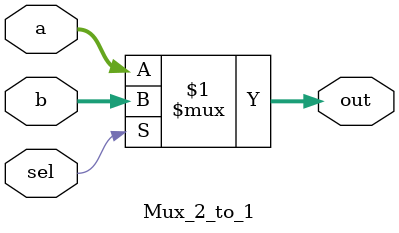
<source format=v>
module Mux_2_to_1 
#(parameter SIZE = 16)
(
    input sel,
    input [SIZE:0] a,
    input [SIZE:0] b,
    output [SIZE:0] out
);
    assign out = (sel) ? b:a ;
endmodule
</source>
